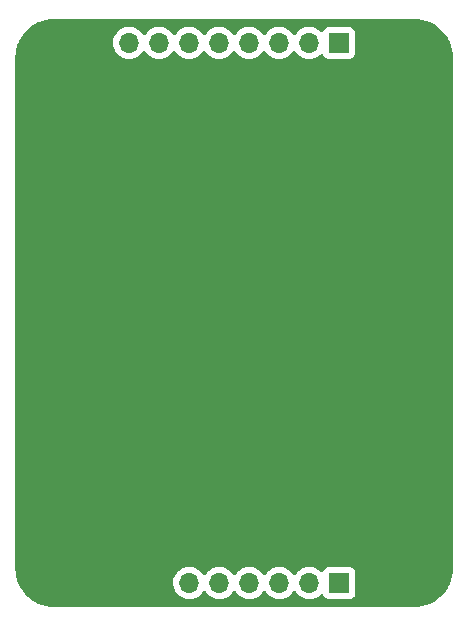
<source format=gbr>
%TF.GenerationSoftware,KiCad,Pcbnew,(6.0.5)*%
%TF.CreationDate,2022-10-05T18:31:43+01:00*%
%TF.ProjectId,DRV8876 Breakout,44525638-3837-4362-9042-7265616b6f75,V22.10.0.1*%
%TF.SameCoordinates,PX8c7ecc0PY4d83c00*%
%TF.FileFunction,Copper,L2,Bot*%
%TF.FilePolarity,Positive*%
%FSLAX46Y46*%
G04 Gerber Fmt 4.6, Leading zero omitted, Abs format (unit mm)*
G04 Created by KiCad (PCBNEW (6.0.5)) date 2022-10-05 18:31:43*
%MOMM*%
%LPD*%
G01*
G04 APERTURE LIST*
G04 Aperture macros list*
%AMRoundRect*
0 Rectangle with rounded corners*
0 $1 Rounding radius*
0 $2 $3 $4 $5 $6 $7 $8 $9 X,Y pos of 4 corners*
0 Add a 4 corners polygon primitive as box body*
4,1,4,$2,$3,$4,$5,$6,$7,$8,$9,$2,$3,0*
0 Add four circle primitives for the rounded corners*
1,1,$1+$1,$2,$3*
1,1,$1+$1,$4,$5*
1,1,$1+$1,$6,$7*
1,1,$1+$1,$8,$9*
0 Add four rect primitives between the rounded corners*
20,1,$1+$1,$2,$3,$4,$5,0*
20,1,$1+$1,$4,$5,$6,$7,0*
20,1,$1+$1,$6,$7,$8,$9,0*
20,1,$1+$1,$8,$9,$2,$3,0*%
G04 Aperture macros list end*
%TA.AperFunction,ComponentPad*%
%ADD10C,0.500000*%
%TD*%
%TA.AperFunction,SMDPad,CuDef*%
%ADD11RoundRect,0.050000X-0.790000X-0.790000X0.790000X-0.790000X0.790000X0.790000X-0.790000X0.790000X0*%
%TD*%
%TA.AperFunction,ComponentPad*%
%ADD12R,1.700000X1.700000*%
%TD*%
%TA.AperFunction,ComponentPad*%
%ADD13O,1.700000X1.700000*%
%TD*%
%TA.AperFunction,ViaPad*%
%ADD14C,0.700000*%
%TD*%
G04 APERTURE END LIST*
D10*
%TO.P,U1,13,GND*%
%TO.N,GND*%
X0Y0D03*
D11*
X0Y0D03*
D10*
X500000Y500000D03*
X-500000Y-500000D03*
X500000Y-500000D03*
X-500000Y500000D03*
%TD*%
D12*
%TO.P,J1,1,Pin_1*%
%TO.N,+3V3*%
X8875000Y22860000D03*
D13*
%TO.P,J1,2,Pin_2*%
%TO.N,/EN{slash}IN1*%
X6335000Y22860000D03*
%TO.P,J1,3,Pin_3*%
%TO.N,/PH{slash}IN2*%
X3795000Y22860000D03*
%TO.P,J1,4,Pin_4*%
%TO.N,/nSLEEP*%
X1255000Y22860000D03*
%TO.P,J1,5,Pin_5*%
%TO.N,/nFAULT*%
X-1285000Y22860000D03*
%TO.P,J1,6,Pin_6*%
%TO.N,/VREF DAC In*%
X-3825000Y22860000D03*
%TO.P,J1,7,Pin_7*%
%TO.N,/IPROPI*%
X-6365000Y22860000D03*
%TO.P,J1,8,Pin_8*%
%TO.N,/IMODE*%
X-8905000Y22860000D03*
%TD*%
D12*
%TO.P,J2,1,Pin_1*%
%TO.N,/VM*%
X8890000Y-22860000D03*
D13*
%TO.P,J2,2,Pin_2*%
X6350000Y-22860000D03*
%TO.P,J2,3,Pin_3*%
%TO.N,/OUT1*%
X3810000Y-22860000D03*
%TO.P,J2,4,Pin_4*%
X1270000Y-22860000D03*
%TO.P,J2,5,Pin_5*%
%TO.N,/OUT2*%
X-1270000Y-22860000D03*
%TO.P,J2,6,Pin_6*%
X-3810000Y-22860000D03*
%TO.P,J2,7,Pin_7*%
%TO.N,GND*%
X-6350000Y-22860000D03*
%TO.P,J2,8,Pin_8*%
X-8890000Y-22860000D03*
%TD*%
D14*
%TO.N,GND*%
X-6350000Y-12700000D03*
X7620000Y10795000D03*
X13250000Y-8750000D03*
X12700000Y0D03*
X12700000Y19050000D03*
X12700000Y-19050000D03*
X-12700000Y6350000D03*
X-3810000Y-2540000D03*
X-8000000Y-750000D03*
X2540000Y21590000D03*
X0Y19050000D03*
X13250000Y-7250000D03*
X5080000Y19050000D03*
X-12700000Y19050000D03*
X12700000Y-6350000D03*
X0Y12700000D03*
X5080000Y11430000D03*
X-4445000Y18415000D03*
X-5080000Y21590000D03*
X3500000Y-3750000D03*
X-1905000Y10160000D03*
X12700000Y-12700000D03*
X12700000Y15240000D03*
X-7620000Y13970000D03*
X0Y21590000D03*
X-11660000Y4400000D03*
X5080000Y21590000D03*
X-7620000Y-19050000D03*
X-6350000Y-6858000D03*
X-3175000Y16510000D03*
X12700000Y6350000D03*
X-8000000Y-2500000D03*
X13000000Y10670000D03*
X-12700000Y-12700000D03*
X0Y6350000D03*
X-12700000Y14605000D03*
X2540000Y19685000D03*
X-6350000Y10160000D03*
X-12700000Y-19050000D03*
X2540000Y11430000D03*
X-12700000Y0D03*
X7620000Y19685000D03*
X-8890000Y18415000D03*
X-6350000Y4445000D03*
X-11660000Y2650000D03*
X6350000Y6350000D03*
X13250000Y-8000000D03*
X-12700000Y-6350000D03*
%TD*%
%TA.AperFunction,Conductor*%
%TO.N,GND*%
G36*
X15210018Y24890000D02*
G01*
X15224851Y24887690D01*
X15224855Y24887690D01*
X15233724Y24886309D01*
X15252436Y24888756D01*
X15275366Y24889647D01*
X15578503Y24873760D01*
X15591617Y24872382D01*
X15919898Y24820387D01*
X15932798Y24817645D01*
X16253846Y24731621D01*
X16266382Y24727547D01*
X16537468Y24623487D01*
X16576672Y24608438D01*
X16588720Y24603074D01*
X16884867Y24452180D01*
X16896288Y24445586D01*
X17175040Y24264563D01*
X17185710Y24256810D01*
X17444004Y24047648D01*
X17453805Y24038823D01*
X17688823Y23803805D01*
X17697648Y23794004D01*
X17906810Y23535710D01*
X17914563Y23525040D01*
X18095586Y23246288D01*
X18102180Y23234867D01*
X18253074Y22938720D01*
X18258438Y22926672D01*
X18358796Y22665233D01*
X18377545Y22616390D01*
X18381621Y22603846D01*
X18467645Y22282798D01*
X18470387Y22269898D01*
X18522382Y21941617D01*
X18523760Y21928500D01*
X18539262Y21632702D01*
X18537935Y21606727D01*
X18537691Y21605157D01*
X18537691Y21605151D01*
X18536309Y21596276D01*
X18537473Y21587374D01*
X18537473Y21587372D01*
X18540436Y21564717D01*
X18541500Y21548379D01*
X18541500Y-21540633D01*
X18540000Y-21560018D01*
X18537690Y-21574851D01*
X18537690Y-21574855D01*
X18536309Y-21583724D01*
X18538756Y-21602433D01*
X18539647Y-21625366D01*
X18524076Y-21922476D01*
X18523760Y-21928501D01*
X18522382Y-21941617D01*
X18470387Y-22269898D01*
X18467645Y-22282798D01*
X18381621Y-22603846D01*
X18377545Y-22616390D01*
X18258438Y-22926672D01*
X18253074Y-22938720D01*
X18102180Y-23234867D01*
X18095586Y-23246288D01*
X17914563Y-23525040D01*
X17906810Y-23535710D01*
X17697648Y-23794004D01*
X17688823Y-23803805D01*
X17453805Y-24038823D01*
X17444004Y-24047648D01*
X17185710Y-24256810D01*
X17175040Y-24264563D01*
X16896288Y-24445586D01*
X16884867Y-24452180D01*
X16588720Y-24603074D01*
X16576671Y-24608438D01*
X16266382Y-24727547D01*
X16253846Y-24731621D01*
X15932798Y-24817645D01*
X15919898Y-24820387D01*
X15591617Y-24872382D01*
X15578501Y-24873760D01*
X15544848Y-24875524D01*
X15282702Y-24889262D01*
X15256727Y-24887935D01*
X15255157Y-24887691D01*
X15255151Y-24887691D01*
X15246276Y-24886309D01*
X15237374Y-24887473D01*
X15237372Y-24887473D01*
X15222323Y-24889441D01*
X15214714Y-24890436D01*
X15198379Y-24891500D01*
X-15190633Y-24891500D01*
X-15210018Y-24890000D01*
X-15224851Y-24887690D01*
X-15224855Y-24887690D01*
X-15233724Y-24886309D01*
X-15252436Y-24888756D01*
X-15275366Y-24889647D01*
X-15578503Y-24873760D01*
X-15591617Y-24872382D01*
X-15919898Y-24820387D01*
X-15932798Y-24817645D01*
X-16253846Y-24731621D01*
X-16266382Y-24727547D01*
X-16576671Y-24608438D01*
X-16588720Y-24603074D01*
X-16884867Y-24452180D01*
X-16896288Y-24445586D01*
X-17175040Y-24264563D01*
X-17185710Y-24256810D01*
X-17444004Y-24047648D01*
X-17453805Y-24038823D01*
X-17688823Y-23803805D01*
X-17697648Y-23794004D01*
X-17906810Y-23535710D01*
X-17914563Y-23525040D01*
X-18095586Y-23246288D01*
X-18102180Y-23234867D01*
X-18253074Y-22938720D01*
X-18258438Y-22926672D01*
X-18296816Y-22826695D01*
X-5172749Y-22826695D01*
X-5172452Y-22831848D01*
X-5172452Y-22831851D01*
X-5166629Y-22932841D01*
X-5159890Y-23049715D01*
X-5158753Y-23054761D01*
X-5158752Y-23054767D01*
X-5136909Y-23151689D01*
X-5110778Y-23267639D01*
X-5026734Y-23474616D01*
X-4989315Y-23535678D01*
X-4912709Y-23660688D01*
X-4910013Y-23665088D01*
X-4763750Y-23833938D01*
X-4591874Y-23976632D01*
X-4399000Y-24089338D01*
X-4190308Y-24169030D01*
X-4185240Y-24170061D01*
X-4185237Y-24170062D01*
X-4077983Y-24191883D01*
X-3971403Y-24213567D01*
X-3966228Y-24213757D01*
X-3966226Y-24213757D01*
X-3753327Y-24221564D01*
X-3753323Y-24221564D01*
X-3748163Y-24221753D01*
X-3743043Y-24221097D01*
X-3743041Y-24221097D01*
X-3531712Y-24194025D01*
X-3531711Y-24194025D01*
X-3526584Y-24193368D01*
X-3521634Y-24191883D01*
X-3317571Y-24130661D01*
X-3317566Y-24130659D01*
X-3312616Y-24129174D01*
X-3112006Y-24030896D01*
X-2930140Y-23901173D01*
X-2771904Y-23743489D01*
X-2712406Y-23660689D01*
X-2641547Y-23562077D01*
X-2640224Y-23563028D01*
X-2593355Y-23519857D01*
X-2523420Y-23507625D01*
X-2457974Y-23535144D01*
X-2430125Y-23566994D01*
X-2370013Y-23665088D01*
X-2223750Y-23833938D01*
X-2051874Y-23976632D01*
X-1859000Y-24089338D01*
X-1650308Y-24169030D01*
X-1645240Y-24170061D01*
X-1645237Y-24170062D01*
X-1537983Y-24191883D01*
X-1431403Y-24213567D01*
X-1426228Y-24213757D01*
X-1426226Y-24213757D01*
X-1213327Y-24221564D01*
X-1213323Y-24221564D01*
X-1208163Y-24221753D01*
X-1203043Y-24221097D01*
X-1203041Y-24221097D01*
X-991712Y-24194025D01*
X-991711Y-24194025D01*
X-986584Y-24193368D01*
X-981634Y-24191883D01*
X-777571Y-24130661D01*
X-777566Y-24130659D01*
X-772616Y-24129174D01*
X-572006Y-24030896D01*
X-390140Y-23901173D01*
X-231904Y-23743489D01*
X-172406Y-23660689D01*
X-101547Y-23562077D01*
X-100224Y-23563028D01*
X-53355Y-23519857D01*
X16580Y-23507625D01*
X82026Y-23535144D01*
X109875Y-23566994D01*
X169987Y-23665088D01*
X316250Y-23833938D01*
X488126Y-23976632D01*
X681000Y-24089338D01*
X889692Y-24169030D01*
X894760Y-24170061D01*
X894763Y-24170062D01*
X1002017Y-24191883D01*
X1108597Y-24213567D01*
X1113772Y-24213757D01*
X1113774Y-24213757D01*
X1326673Y-24221564D01*
X1326677Y-24221564D01*
X1331837Y-24221753D01*
X1336957Y-24221097D01*
X1336959Y-24221097D01*
X1548288Y-24194025D01*
X1548289Y-24194025D01*
X1553416Y-24193368D01*
X1558366Y-24191883D01*
X1762429Y-24130661D01*
X1762434Y-24130659D01*
X1767384Y-24129174D01*
X1967994Y-24030896D01*
X2149860Y-23901173D01*
X2308096Y-23743489D01*
X2367594Y-23660689D01*
X2438453Y-23562077D01*
X2439776Y-23563028D01*
X2486645Y-23519857D01*
X2556580Y-23507625D01*
X2622026Y-23535144D01*
X2649875Y-23566994D01*
X2709987Y-23665088D01*
X2856250Y-23833938D01*
X3028126Y-23976632D01*
X3221000Y-24089338D01*
X3429692Y-24169030D01*
X3434760Y-24170061D01*
X3434763Y-24170062D01*
X3542017Y-24191883D01*
X3648597Y-24213567D01*
X3653772Y-24213757D01*
X3653774Y-24213757D01*
X3866673Y-24221564D01*
X3866677Y-24221564D01*
X3871837Y-24221753D01*
X3876957Y-24221097D01*
X3876959Y-24221097D01*
X4088288Y-24194025D01*
X4088289Y-24194025D01*
X4093416Y-24193368D01*
X4098366Y-24191883D01*
X4302429Y-24130661D01*
X4302434Y-24130659D01*
X4307384Y-24129174D01*
X4507994Y-24030896D01*
X4689860Y-23901173D01*
X4848096Y-23743489D01*
X4907594Y-23660689D01*
X4978453Y-23562077D01*
X4979776Y-23563028D01*
X5026645Y-23519857D01*
X5096580Y-23507625D01*
X5162026Y-23535144D01*
X5189875Y-23566994D01*
X5249987Y-23665088D01*
X5396250Y-23833938D01*
X5568126Y-23976632D01*
X5761000Y-24089338D01*
X5969692Y-24169030D01*
X5974760Y-24170061D01*
X5974763Y-24170062D01*
X6082017Y-24191883D01*
X6188597Y-24213567D01*
X6193772Y-24213757D01*
X6193774Y-24213757D01*
X6406673Y-24221564D01*
X6406677Y-24221564D01*
X6411837Y-24221753D01*
X6416957Y-24221097D01*
X6416959Y-24221097D01*
X6628288Y-24194025D01*
X6628289Y-24194025D01*
X6633416Y-24193368D01*
X6638366Y-24191883D01*
X6842429Y-24130661D01*
X6842434Y-24130659D01*
X6847384Y-24129174D01*
X7047994Y-24030896D01*
X7229860Y-23901173D01*
X7338091Y-23793319D01*
X7400462Y-23759404D01*
X7471268Y-23764592D01*
X7528030Y-23807238D01*
X7545012Y-23838341D01*
X7589385Y-23956705D01*
X7676739Y-24073261D01*
X7793295Y-24160615D01*
X7929684Y-24211745D01*
X7991866Y-24218500D01*
X9788134Y-24218500D01*
X9850316Y-24211745D01*
X9986705Y-24160615D01*
X10103261Y-24073261D01*
X10190615Y-23956705D01*
X10241745Y-23820316D01*
X10248500Y-23758134D01*
X10248500Y-21961866D01*
X10241745Y-21899684D01*
X10190615Y-21763295D01*
X10103261Y-21646739D01*
X9986705Y-21559385D01*
X9850316Y-21508255D01*
X9788134Y-21501500D01*
X7991866Y-21501500D01*
X7929684Y-21508255D01*
X7793295Y-21559385D01*
X7676739Y-21646739D01*
X7589385Y-21763295D01*
X7586233Y-21771703D01*
X7544919Y-21881907D01*
X7502277Y-21938671D01*
X7435716Y-21963371D01*
X7366367Y-21948163D01*
X7333743Y-21922476D01*
X7283151Y-21866875D01*
X7283142Y-21866866D01*
X7279670Y-21863051D01*
X7275619Y-21859852D01*
X7275615Y-21859848D01*
X7108414Y-21727800D01*
X7108410Y-21727798D01*
X7104359Y-21724598D01*
X6908789Y-21616638D01*
X6903920Y-21614914D01*
X6903916Y-21614912D01*
X6703087Y-21543795D01*
X6703083Y-21543794D01*
X6698212Y-21542069D01*
X6693119Y-21541162D01*
X6693116Y-21541161D01*
X6483373Y-21503800D01*
X6483367Y-21503799D01*
X6478284Y-21502894D01*
X6404452Y-21501992D01*
X6260081Y-21500228D01*
X6260079Y-21500228D01*
X6254911Y-21500165D01*
X6034091Y-21533955D01*
X5821756Y-21603357D01*
X5623607Y-21706507D01*
X5619474Y-21709610D01*
X5619471Y-21709612D01*
X5449100Y-21837530D01*
X5444965Y-21840635D01*
X5405525Y-21881907D01*
X5351280Y-21938671D01*
X5290629Y-22002138D01*
X5183201Y-22159621D01*
X5128293Y-22204621D01*
X5057768Y-22212792D01*
X4994021Y-22181538D01*
X4973324Y-22157054D01*
X4892822Y-22032617D01*
X4892820Y-22032614D01*
X4890014Y-22028277D01*
X4739670Y-21863051D01*
X4735619Y-21859852D01*
X4735615Y-21859848D01*
X4568414Y-21727800D01*
X4568410Y-21727798D01*
X4564359Y-21724598D01*
X4368789Y-21616638D01*
X4363920Y-21614914D01*
X4363916Y-21614912D01*
X4163087Y-21543795D01*
X4163083Y-21543794D01*
X4158212Y-21542069D01*
X4153119Y-21541162D01*
X4153116Y-21541161D01*
X3943373Y-21503800D01*
X3943367Y-21503799D01*
X3938284Y-21502894D01*
X3864452Y-21501992D01*
X3720081Y-21500228D01*
X3720079Y-21500228D01*
X3714911Y-21500165D01*
X3494091Y-21533955D01*
X3281756Y-21603357D01*
X3083607Y-21706507D01*
X3079474Y-21709610D01*
X3079471Y-21709612D01*
X2909100Y-21837530D01*
X2904965Y-21840635D01*
X2865525Y-21881907D01*
X2811280Y-21938671D01*
X2750629Y-22002138D01*
X2643201Y-22159621D01*
X2588293Y-22204621D01*
X2517768Y-22212792D01*
X2454021Y-22181538D01*
X2433324Y-22157054D01*
X2352822Y-22032617D01*
X2352820Y-22032614D01*
X2350014Y-22028277D01*
X2199670Y-21863051D01*
X2195619Y-21859852D01*
X2195615Y-21859848D01*
X2028414Y-21727800D01*
X2028410Y-21727798D01*
X2024359Y-21724598D01*
X1828789Y-21616638D01*
X1823920Y-21614914D01*
X1823916Y-21614912D01*
X1623087Y-21543795D01*
X1623083Y-21543794D01*
X1618212Y-21542069D01*
X1613119Y-21541162D01*
X1613116Y-21541161D01*
X1403373Y-21503800D01*
X1403367Y-21503799D01*
X1398284Y-21502894D01*
X1324452Y-21501992D01*
X1180081Y-21500228D01*
X1180079Y-21500228D01*
X1174911Y-21500165D01*
X954091Y-21533955D01*
X741756Y-21603357D01*
X543607Y-21706507D01*
X539474Y-21709610D01*
X539471Y-21709612D01*
X369100Y-21837530D01*
X364965Y-21840635D01*
X325525Y-21881907D01*
X271280Y-21938671D01*
X210629Y-22002138D01*
X103201Y-22159621D01*
X48293Y-22204621D01*
X-22232Y-22212792D01*
X-85979Y-22181538D01*
X-106676Y-22157054D01*
X-187178Y-22032617D01*
X-187180Y-22032614D01*
X-189986Y-22028277D01*
X-340330Y-21863051D01*
X-344381Y-21859852D01*
X-344385Y-21859848D01*
X-511586Y-21727800D01*
X-511590Y-21727798D01*
X-515641Y-21724598D01*
X-711211Y-21616638D01*
X-716080Y-21614914D01*
X-716084Y-21614912D01*
X-916913Y-21543795D01*
X-916917Y-21543794D01*
X-921788Y-21542069D01*
X-926881Y-21541162D01*
X-926884Y-21541161D01*
X-1136627Y-21503800D01*
X-1136633Y-21503799D01*
X-1141716Y-21502894D01*
X-1215548Y-21501992D01*
X-1359919Y-21500228D01*
X-1359921Y-21500228D01*
X-1365089Y-21500165D01*
X-1585909Y-21533955D01*
X-1798244Y-21603357D01*
X-1996393Y-21706507D01*
X-2000526Y-21709610D01*
X-2000529Y-21709612D01*
X-2170900Y-21837530D01*
X-2175035Y-21840635D01*
X-2214475Y-21881907D01*
X-2268720Y-21938671D01*
X-2329371Y-22002138D01*
X-2436799Y-22159621D01*
X-2491707Y-22204621D01*
X-2562232Y-22212792D01*
X-2625979Y-22181538D01*
X-2646676Y-22157054D01*
X-2727178Y-22032617D01*
X-2727180Y-22032614D01*
X-2729986Y-22028277D01*
X-2880330Y-21863051D01*
X-2884381Y-21859852D01*
X-2884385Y-21859848D01*
X-3051586Y-21727800D01*
X-3051590Y-21727798D01*
X-3055641Y-21724598D01*
X-3251211Y-21616638D01*
X-3256080Y-21614914D01*
X-3256084Y-21614912D01*
X-3456913Y-21543795D01*
X-3456917Y-21543794D01*
X-3461788Y-21542069D01*
X-3466881Y-21541162D01*
X-3466884Y-21541161D01*
X-3676627Y-21503800D01*
X-3676633Y-21503799D01*
X-3681716Y-21502894D01*
X-3755548Y-21501992D01*
X-3899919Y-21500228D01*
X-3899921Y-21500228D01*
X-3905089Y-21500165D01*
X-4125909Y-21533955D01*
X-4338244Y-21603357D01*
X-4536393Y-21706507D01*
X-4540526Y-21709610D01*
X-4540529Y-21709612D01*
X-4710900Y-21837530D01*
X-4715035Y-21840635D01*
X-4754475Y-21881907D01*
X-4808720Y-21938671D01*
X-4869371Y-22002138D01*
X-4995257Y-22186680D01*
X-5033885Y-22269898D01*
X-5087021Y-22384370D01*
X-5089312Y-22389305D01*
X-5149011Y-22604570D01*
X-5172749Y-22826695D01*
X-18296816Y-22826695D01*
X-18377545Y-22616390D01*
X-18381621Y-22603846D01*
X-18467645Y-22282798D01*
X-18470387Y-22269898D01*
X-18522382Y-21941617D01*
X-18523760Y-21928501D01*
X-18524076Y-21922476D01*
X-18539068Y-21636413D01*
X-18537494Y-21608910D01*
X-18537230Y-21607341D01*
X-18536424Y-21602552D01*
X-18536271Y-21590000D01*
X-18540227Y-21562376D01*
X-18541500Y-21544514D01*
X-18541500Y21536750D01*
X-18539754Y21557655D01*
X-18537230Y21572656D01*
X-18537230Y21572659D01*
X-18536424Y21577448D01*
X-18536271Y21590000D01*
X-18536961Y21594820D01*
X-18538356Y21604563D01*
X-18539455Y21629017D01*
X-18523760Y21928500D01*
X-18522382Y21941617D01*
X-18470387Y22269898D01*
X-18467645Y22282798D01*
X-18381621Y22603846D01*
X-18377545Y22616390D01*
X-18358795Y22665233D01*
X-18271246Y22893305D01*
X-10267749Y22893305D01*
X-10254890Y22670285D01*
X-10253753Y22665239D01*
X-10253752Y22665233D01*
X-10242744Y22616390D01*
X-10205778Y22452361D01*
X-10121734Y22245384D01*
X-10084315Y22184322D01*
X-10007709Y22059312D01*
X-10005013Y22054912D01*
X-9858750Y21886062D01*
X-9686874Y21743368D01*
X-9494000Y21630662D01*
X-9489175Y21628820D01*
X-9489174Y21628819D01*
X-9431321Y21606727D01*
X-9285308Y21550970D01*
X-9280240Y21549939D01*
X-9280237Y21549938D01*
X-9215415Y21536750D01*
X-9066403Y21506433D01*
X-9061228Y21506243D01*
X-9061226Y21506243D01*
X-8848327Y21498436D01*
X-8848323Y21498436D01*
X-8843163Y21498247D01*
X-8838043Y21498903D01*
X-8838041Y21498903D01*
X-8626712Y21525975D01*
X-8626711Y21525975D01*
X-8621584Y21526632D01*
X-8552771Y21547277D01*
X-8412571Y21589339D01*
X-8412566Y21589341D01*
X-8407616Y21590826D01*
X-8207006Y21689104D01*
X-8025140Y21818827D01*
X-7866904Y21976511D01*
X-7807406Y22059311D01*
X-7736547Y22157923D01*
X-7735224Y22156972D01*
X-7688355Y22200143D01*
X-7618420Y22212375D01*
X-7552974Y22184856D01*
X-7525125Y22153006D01*
X-7465013Y22054912D01*
X-7318750Y21886062D01*
X-7146874Y21743368D01*
X-6954000Y21630662D01*
X-6949175Y21628820D01*
X-6949174Y21628819D01*
X-6891321Y21606727D01*
X-6745308Y21550970D01*
X-6740240Y21549939D01*
X-6740237Y21549938D01*
X-6675415Y21536750D01*
X-6526403Y21506433D01*
X-6521228Y21506243D01*
X-6521226Y21506243D01*
X-6308327Y21498436D01*
X-6308323Y21498436D01*
X-6303163Y21498247D01*
X-6298043Y21498903D01*
X-6298041Y21498903D01*
X-6086712Y21525975D01*
X-6086711Y21525975D01*
X-6081584Y21526632D01*
X-6012771Y21547277D01*
X-5872571Y21589339D01*
X-5872566Y21589341D01*
X-5867616Y21590826D01*
X-5667006Y21689104D01*
X-5485140Y21818827D01*
X-5326904Y21976511D01*
X-5267406Y22059311D01*
X-5196547Y22157923D01*
X-5195224Y22156972D01*
X-5148355Y22200143D01*
X-5078420Y22212375D01*
X-5012974Y22184856D01*
X-4985125Y22153006D01*
X-4925013Y22054912D01*
X-4778750Y21886062D01*
X-4606874Y21743368D01*
X-4414000Y21630662D01*
X-4409175Y21628820D01*
X-4409174Y21628819D01*
X-4351321Y21606727D01*
X-4205308Y21550970D01*
X-4200240Y21549939D01*
X-4200237Y21549938D01*
X-4135415Y21536750D01*
X-3986403Y21506433D01*
X-3981228Y21506243D01*
X-3981226Y21506243D01*
X-3768327Y21498436D01*
X-3768323Y21498436D01*
X-3763163Y21498247D01*
X-3758043Y21498903D01*
X-3758041Y21498903D01*
X-3546712Y21525975D01*
X-3546711Y21525975D01*
X-3541584Y21526632D01*
X-3472771Y21547277D01*
X-3332571Y21589339D01*
X-3332566Y21589341D01*
X-3327616Y21590826D01*
X-3127006Y21689104D01*
X-2945140Y21818827D01*
X-2786904Y21976511D01*
X-2727406Y22059311D01*
X-2656547Y22157923D01*
X-2655224Y22156972D01*
X-2608355Y22200143D01*
X-2538420Y22212375D01*
X-2472974Y22184856D01*
X-2445125Y22153006D01*
X-2385013Y22054912D01*
X-2238750Y21886062D01*
X-2066874Y21743368D01*
X-1874000Y21630662D01*
X-1869175Y21628820D01*
X-1869174Y21628819D01*
X-1811321Y21606727D01*
X-1665308Y21550970D01*
X-1660240Y21549939D01*
X-1660237Y21549938D01*
X-1595415Y21536750D01*
X-1446403Y21506433D01*
X-1441228Y21506243D01*
X-1441226Y21506243D01*
X-1228327Y21498436D01*
X-1228323Y21498436D01*
X-1223163Y21498247D01*
X-1218043Y21498903D01*
X-1218041Y21498903D01*
X-1006712Y21525975D01*
X-1006711Y21525975D01*
X-1001584Y21526632D01*
X-932771Y21547277D01*
X-792571Y21589339D01*
X-792566Y21589341D01*
X-787616Y21590826D01*
X-587006Y21689104D01*
X-405140Y21818827D01*
X-246904Y21976511D01*
X-187406Y22059311D01*
X-116547Y22157923D01*
X-115224Y22156972D01*
X-68355Y22200143D01*
X1580Y22212375D01*
X67026Y22184856D01*
X94875Y22153006D01*
X154987Y22054912D01*
X301250Y21886062D01*
X473126Y21743368D01*
X666000Y21630662D01*
X670825Y21628820D01*
X670826Y21628819D01*
X728679Y21606727D01*
X874692Y21550970D01*
X879760Y21549939D01*
X879763Y21549938D01*
X944585Y21536750D01*
X1093597Y21506433D01*
X1098772Y21506243D01*
X1098774Y21506243D01*
X1311673Y21498436D01*
X1311677Y21498436D01*
X1316837Y21498247D01*
X1321957Y21498903D01*
X1321959Y21498903D01*
X1533288Y21525975D01*
X1533289Y21525975D01*
X1538416Y21526632D01*
X1607229Y21547277D01*
X1747429Y21589339D01*
X1747434Y21589341D01*
X1752384Y21590826D01*
X1952994Y21689104D01*
X2134860Y21818827D01*
X2293096Y21976511D01*
X2352594Y22059311D01*
X2423453Y22157923D01*
X2424776Y22156972D01*
X2471645Y22200143D01*
X2541580Y22212375D01*
X2607026Y22184856D01*
X2634875Y22153006D01*
X2694987Y22054912D01*
X2841250Y21886062D01*
X3013126Y21743368D01*
X3206000Y21630662D01*
X3210825Y21628820D01*
X3210826Y21628819D01*
X3268679Y21606727D01*
X3414692Y21550970D01*
X3419760Y21549939D01*
X3419763Y21549938D01*
X3484585Y21536750D01*
X3633597Y21506433D01*
X3638772Y21506243D01*
X3638774Y21506243D01*
X3851673Y21498436D01*
X3851677Y21498436D01*
X3856837Y21498247D01*
X3861957Y21498903D01*
X3861959Y21498903D01*
X4073288Y21525975D01*
X4073289Y21525975D01*
X4078416Y21526632D01*
X4147229Y21547277D01*
X4287429Y21589339D01*
X4287434Y21589341D01*
X4292384Y21590826D01*
X4492994Y21689104D01*
X4674860Y21818827D01*
X4833096Y21976511D01*
X4892594Y22059311D01*
X4963453Y22157923D01*
X4964776Y22156972D01*
X5011645Y22200143D01*
X5081580Y22212375D01*
X5147026Y22184856D01*
X5174875Y22153006D01*
X5234987Y22054912D01*
X5381250Y21886062D01*
X5553126Y21743368D01*
X5746000Y21630662D01*
X5750825Y21628820D01*
X5750826Y21628819D01*
X5808679Y21606727D01*
X5954692Y21550970D01*
X5959760Y21549939D01*
X5959763Y21549938D01*
X6024585Y21536750D01*
X6173597Y21506433D01*
X6178772Y21506243D01*
X6178774Y21506243D01*
X6391673Y21498436D01*
X6391677Y21498436D01*
X6396837Y21498247D01*
X6401957Y21498903D01*
X6401959Y21498903D01*
X6613288Y21525975D01*
X6613289Y21525975D01*
X6618416Y21526632D01*
X6687229Y21547277D01*
X6827429Y21589339D01*
X6827434Y21589341D01*
X6832384Y21590826D01*
X7032994Y21689104D01*
X7214860Y21818827D01*
X7323091Y21926681D01*
X7385462Y21960596D01*
X7456268Y21955408D01*
X7513030Y21912762D01*
X7530012Y21881659D01*
X7574385Y21763295D01*
X7661739Y21646739D01*
X7778295Y21559385D01*
X7914684Y21508255D01*
X7976866Y21501500D01*
X9773134Y21501500D01*
X9835316Y21508255D01*
X9971705Y21559385D01*
X10088261Y21646739D01*
X10175615Y21763295D01*
X10226745Y21899684D01*
X10233500Y21961866D01*
X10233500Y23758134D01*
X10226745Y23820316D01*
X10175615Y23956705D01*
X10088261Y24073261D01*
X9971705Y24160615D01*
X9835316Y24211745D01*
X9773134Y24218500D01*
X7976866Y24218500D01*
X7914684Y24211745D01*
X7778295Y24160615D01*
X7661739Y24073261D01*
X7574385Y23956705D01*
X7571233Y23948297D01*
X7529919Y23838093D01*
X7487277Y23781329D01*
X7420716Y23756629D01*
X7351367Y23771837D01*
X7318743Y23797524D01*
X7268151Y23853125D01*
X7268142Y23853134D01*
X7264670Y23856949D01*
X7260619Y23860148D01*
X7260615Y23860152D01*
X7093414Y23992200D01*
X7093410Y23992202D01*
X7089359Y23995402D01*
X6893789Y24103362D01*
X6888920Y24105086D01*
X6888916Y24105088D01*
X6688087Y24176205D01*
X6688083Y24176206D01*
X6683212Y24177931D01*
X6678119Y24178838D01*
X6678116Y24178839D01*
X6468373Y24216200D01*
X6468367Y24216201D01*
X6463284Y24217106D01*
X6389452Y24218008D01*
X6245081Y24219772D01*
X6245079Y24219772D01*
X6239911Y24219835D01*
X6019091Y24186045D01*
X5806756Y24116643D01*
X5608607Y24013493D01*
X5604474Y24010390D01*
X5604471Y24010388D01*
X5434100Y23882470D01*
X5429965Y23879365D01*
X5390525Y23838093D01*
X5336280Y23781329D01*
X5275629Y23717862D01*
X5168201Y23560379D01*
X5113293Y23515379D01*
X5042768Y23507208D01*
X4979021Y23538462D01*
X4958324Y23562946D01*
X4877822Y23687383D01*
X4877820Y23687386D01*
X4875014Y23691723D01*
X4724670Y23856949D01*
X4720619Y23860148D01*
X4720615Y23860152D01*
X4553414Y23992200D01*
X4553410Y23992202D01*
X4549359Y23995402D01*
X4353789Y24103362D01*
X4348920Y24105086D01*
X4348916Y24105088D01*
X4148087Y24176205D01*
X4148083Y24176206D01*
X4143212Y24177931D01*
X4138119Y24178838D01*
X4138116Y24178839D01*
X3928373Y24216200D01*
X3928367Y24216201D01*
X3923284Y24217106D01*
X3849452Y24218008D01*
X3705081Y24219772D01*
X3705079Y24219772D01*
X3699911Y24219835D01*
X3479091Y24186045D01*
X3266756Y24116643D01*
X3068607Y24013493D01*
X3064474Y24010390D01*
X3064471Y24010388D01*
X2894100Y23882470D01*
X2889965Y23879365D01*
X2850525Y23838093D01*
X2796280Y23781329D01*
X2735629Y23717862D01*
X2628201Y23560379D01*
X2573293Y23515379D01*
X2502768Y23507208D01*
X2439021Y23538462D01*
X2418324Y23562946D01*
X2337822Y23687383D01*
X2337820Y23687386D01*
X2335014Y23691723D01*
X2184670Y23856949D01*
X2180619Y23860148D01*
X2180615Y23860152D01*
X2013414Y23992200D01*
X2013410Y23992202D01*
X2009359Y23995402D01*
X1813789Y24103362D01*
X1808920Y24105086D01*
X1808916Y24105088D01*
X1608087Y24176205D01*
X1608083Y24176206D01*
X1603212Y24177931D01*
X1598119Y24178838D01*
X1598116Y24178839D01*
X1388373Y24216200D01*
X1388367Y24216201D01*
X1383284Y24217106D01*
X1309452Y24218008D01*
X1165081Y24219772D01*
X1165079Y24219772D01*
X1159911Y24219835D01*
X939091Y24186045D01*
X726756Y24116643D01*
X528607Y24013493D01*
X524474Y24010390D01*
X524471Y24010388D01*
X354100Y23882470D01*
X349965Y23879365D01*
X310525Y23838093D01*
X256280Y23781329D01*
X195629Y23717862D01*
X88201Y23560379D01*
X33293Y23515379D01*
X-37232Y23507208D01*
X-100979Y23538462D01*
X-121676Y23562946D01*
X-202178Y23687383D01*
X-202180Y23687386D01*
X-204986Y23691723D01*
X-355330Y23856949D01*
X-359381Y23860148D01*
X-359385Y23860152D01*
X-526586Y23992200D01*
X-526590Y23992202D01*
X-530641Y23995402D01*
X-726211Y24103362D01*
X-731080Y24105086D01*
X-731084Y24105088D01*
X-931913Y24176205D01*
X-931917Y24176206D01*
X-936788Y24177931D01*
X-941881Y24178838D01*
X-941884Y24178839D01*
X-1151627Y24216200D01*
X-1151633Y24216201D01*
X-1156716Y24217106D01*
X-1230548Y24218008D01*
X-1374919Y24219772D01*
X-1374921Y24219772D01*
X-1380089Y24219835D01*
X-1600909Y24186045D01*
X-1813244Y24116643D01*
X-2011393Y24013493D01*
X-2015526Y24010390D01*
X-2015529Y24010388D01*
X-2185900Y23882470D01*
X-2190035Y23879365D01*
X-2229475Y23838093D01*
X-2283720Y23781329D01*
X-2344371Y23717862D01*
X-2451799Y23560379D01*
X-2506707Y23515379D01*
X-2577232Y23507208D01*
X-2640979Y23538462D01*
X-2661676Y23562946D01*
X-2742178Y23687383D01*
X-2742180Y23687386D01*
X-2744986Y23691723D01*
X-2895330Y23856949D01*
X-2899381Y23860148D01*
X-2899385Y23860152D01*
X-3066586Y23992200D01*
X-3066590Y23992202D01*
X-3070641Y23995402D01*
X-3266211Y24103362D01*
X-3271080Y24105086D01*
X-3271084Y24105088D01*
X-3471913Y24176205D01*
X-3471917Y24176206D01*
X-3476788Y24177931D01*
X-3481881Y24178838D01*
X-3481884Y24178839D01*
X-3691627Y24216200D01*
X-3691633Y24216201D01*
X-3696716Y24217106D01*
X-3770548Y24218008D01*
X-3914919Y24219772D01*
X-3914921Y24219772D01*
X-3920089Y24219835D01*
X-4140909Y24186045D01*
X-4353244Y24116643D01*
X-4551393Y24013493D01*
X-4555526Y24010390D01*
X-4555529Y24010388D01*
X-4725900Y23882470D01*
X-4730035Y23879365D01*
X-4769475Y23838093D01*
X-4823720Y23781329D01*
X-4884371Y23717862D01*
X-4991799Y23560379D01*
X-5046707Y23515379D01*
X-5117232Y23507208D01*
X-5180979Y23538462D01*
X-5201676Y23562946D01*
X-5282178Y23687383D01*
X-5282180Y23687386D01*
X-5284986Y23691723D01*
X-5435330Y23856949D01*
X-5439381Y23860148D01*
X-5439385Y23860152D01*
X-5606586Y23992200D01*
X-5606590Y23992202D01*
X-5610641Y23995402D01*
X-5806211Y24103362D01*
X-5811080Y24105086D01*
X-5811084Y24105088D01*
X-6011913Y24176205D01*
X-6011917Y24176206D01*
X-6016788Y24177931D01*
X-6021881Y24178838D01*
X-6021884Y24178839D01*
X-6231627Y24216200D01*
X-6231633Y24216201D01*
X-6236716Y24217106D01*
X-6310548Y24218008D01*
X-6454919Y24219772D01*
X-6454921Y24219772D01*
X-6460089Y24219835D01*
X-6680909Y24186045D01*
X-6893244Y24116643D01*
X-7091393Y24013493D01*
X-7095526Y24010390D01*
X-7095529Y24010388D01*
X-7265900Y23882470D01*
X-7270035Y23879365D01*
X-7309475Y23838093D01*
X-7363720Y23781329D01*
X-7424371Y23717862D01*
X-7531799Y23560379D01*
X-7586707Y23515379D01*
X-7657232Y23507208D01*
X-7720979Y23538462D01*
X-7741676Y23562946D01*
X-7822178Y23687383D01*
X-7822180Y23687386D01*
X-7824986Y23691723D01*
X-7975330Y23856949D01*
X-7979381Y23860148D01*
X-7979385Y23860152D01*
X-8146586Y23992200D01*
X-8146590Y23992202D01*
X-8150641Y23995402D01*
X-8346211Y24103362D01*
X-8351080Y24105086D01*
X-8351084Y24105088D01*
X-8551913Y24176205D01*
X-8551917Y24176206D01*
X-8556788Y24177931D01*
X-8561881Y24178838D01*
X-8561884Y24178839D01*
X-8771627Y24216200D01*
X-8771633Y24216201D01*
X-8776716Y24217106D01*
X-8850548Y24218008D01*
X-8994919Y24219772D01*
X-8994921Y24219772D01*
X-9000089Y24219835D01*
X-9220909Y24186045D01*
X-9433244Y24116643D01*
X-9631393Y24013493D01*
X-9635526Y24010390D01*
X-9635529Y24010388D01*
X-9805900Y23882470D01*
X-9810035Y23879365D01*
X-9849475Y23838093D01*
X-9903720Y23781329D01*
X-9964371Y23717862D01*
X-10090257Y23533320D01*
X-10184312Y23330695D01*
X-10244011Y23115430D01*
X-10267749Y22893305D01*
X-18271246Y22893305D01*
X-18258438Y22926672D01*
X-18253074Y22938720D01*
X-18102180Y23234867D01*
X-18095586Y23246288D01*
X-17914563Y23525040D01*
X-17906810Y23535710D01*
X-17697648Y23794004D01*
X-17688823Y23803805D01*
X-17453805Y24038823D01*
X-17444004Y24047648D01*
X-17185710Y24256810D01*
X-17175040Y24264563D01*
X-16896288Y24445586D01*
X-16884867Y24452180D01*
X-16588720Y24603074D01*
X-16576672Y24608438D01*
X-16537468Y24623487D01*
X-16266382Y24727547D01*
X-16253846Y24731621D01*
X-15932798Y24817645D01*
X-15919898Y24820387D01*
X-15591617Y24872382D01*
X-15578501Y24873760D01*
X-15544848Y24875524D01*
X-15282702Y24889262D01*
X-15256727Y24887935D01*
X-15255157Y24887691D01*
X-15255151Y24887691D01*
X-15246276Y24886309D01*
X-15237374Y24887473D01*
X-15237372Y24887473D01*
X-15222323Y24889441D01*
X-15214714Y24890436D01*
X-15198379Y24891500D01*
X15190633Y24891500D01*
X15210018Y24890000D01*
G37*
%TD.AperFunction*%
%TD*%
M02*

</source>
